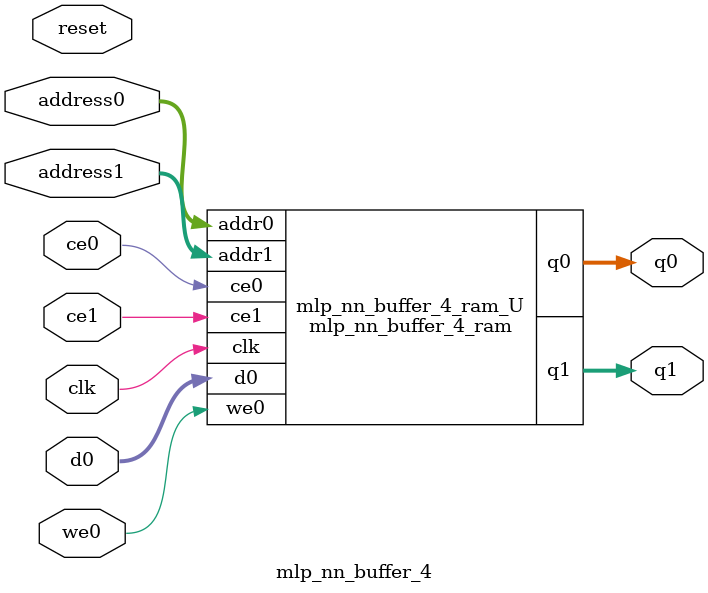
<source format=v>
`timescale 1 ns / 1 ps
module mlp_nn_buffer_4_ram (addr0, ce0, d0, we0, q0, addr1, ce1, q1,  clk);

parameter DWIDTH = 32;
parameter AWIDTH = 4;
parameter MEM_SIZE = 12;

input[AWIDTH-1:0] addr0;
input ce0;
input[DWIDTH-1:0] d0;
input we0;
output reg[DWIDTH-1:0] q0;
input[AWIDTH-1:0] addr1;
input ce1;
output reg[DWIDTH-1:0] q1;
input clk;

reg [DWIDTH-1:0] ram[0:MEM_SIZE-1];




always @(posedge clk)  
begin 
    if (ce0) begin
        if (we0) 
            ram[addr0] <= d0; 
        q0 <= ram[addr0];
    end
end


always @(posedge clk)  
begin 
    if (ce1) begin
        q1 <= ram[addr1];
    end
end


endmodule

`timescale 1 ns / 1 ps
module mlp_nn_buffer_4(
    reset,
    clk,
    address0,
    ce0,
    we0,
    d0,
    q0,
    address1,
    ce1,
    q1);

parameter DataWidth = 32'd32;
parameter AddressRange = 32'd12;
parameter AddressWidth = 32'd4;
input reset;
input clk;
input[AddressWidth - 1:0] address0;
input ce0;
input we0;
input[DataWidth - 1:0] d0;
output[DataWidth - 1:0] q0;
input[AddressWidth - 1:0] address1;
input ce1;
output[DataWidth - 1:0] q1;



mlp_nn_buffer_4_ram mlp_nn_buffer_4_ram_U(
    .clk( clk ),
    .addr0( address0 ),
    .ce0( ce0 ),
    .we0( we0 ),
    .d0( d0 ),
    .q0( q0 ),
    .addr1( address1 ),
    .ce1( ce1 ),
    .q1( q1 ));

endmodule


</source>
